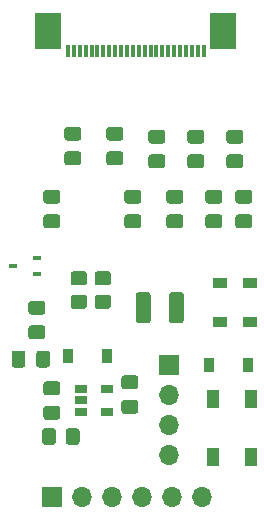
<source format=gbr>
%TF.GenerationSoftware,KiCad,Pcbnew,(5.1.10)-1*%
%TF.CreationDate,2021-11-28T18:03:10+01:00*%
%TF.ProjectId,M5StampC3,4d355374-616d-4704-9333-2e6b69636164,rev?*%
%TF.SameCoordinates,Original*%
%TF.FileFunction,Soldermask,Top*%
%TF.FilePolarity,Negative*%
%FSLAX46Y46*%
G04 Gerber Fmt 4.6, Leading zero omitted, Abs format (unit mm)*
G04 Created by KiCad (PCBNEW (5.1.10)-1) date 2021-11-28 18:03:10*
%MOMM*%
%LPD*%
G01*
G04 APERTURE LIST*
%ADD10R,1.000000X1.500000*%
%ADD11R,0.900000X1.200000*%
%ADD12O,1.700000X1.700000*%
%ADD13R,1.700000X1.700000*%
%ADD14R,1.060000X0.650000*%
%ADD15R,2.300000X3.100000*%
%ADD16R,0.300000X1.100000*%
%ADD17R,0.700000X0.450000*%
%ADD18R,1.200000X0.900000*%
G04 APERTURE END LIST*
D10*
%TO.C,D5*%
X136203999Y-74004000D03*
X133003999Y-74004000D03*
X136203999Y-78904000D03*
X133003999Y-78904000D03*
%TD*%
D11*
%TO.C,D4*%
X132716000Y-71120000D03*
X136016000Y-71120000D03*
%TD*%
D12*
%TO.C,J4*%
X129286000Y-78740000D03*
X129286000Y-76200000D03*
X129286000Y-73660000D03*
D13*
X129286000Y-71120000D03*
%TD*%
D14*
%TO.C,U1*%
X124056000Y-73198000D03*
X124056000Y-75098000D03*
X121856000Y-75098000D03*
X121856000Y-74148000D03*
X121856000Y-73198000D03*
%TD*%
%TO.C,R3*%
G36*
G01*
X120542000Y-77666001D02*
X120542000Y-76765999D01*
G75*
G02*
X120791999Y-76516000I249999J0D01*
G01*
X121492001Y-76516000D01*
G75*
G02*
X121742000Y-76765999I0J-249999D01*
G01*
X121742000Y-77666001D01*
G75*
G02*
X121492001Y-77916000I-249999J0D01*
G01*
X120791999Y-77916000D01*
G75*
G02*
X120542000Y-77666001I0J249999D01*
G01*
G37*
G36*
G01*
X118542000Y-77666001D02*
X118542000Y-76765999D01*
G75*
G02*
X118791999Y-76516000I249999J0D01*
G01*
X119492001Y-76516000D01*
G75*
G02*
X119742000Y-76765999I0J-249999D01*
G01*
X119742000Y-77666001D01*
G75*
G02*
X119492001Y-77916000I-249999J0D01*
G01*
X118791999Y-77916000D01*
G75*
G02*
X118542000Y-77666001I0J249999D01*
G01*
G37*
%TD*%
%TO.C,C14*%
G36*
G01*
X126459000Y-73210000D02*
X125509000Y-73210000D01*
G75*
G02*
X125259000Y-72960000I0J250000D01*
G01*
X125259000Y-72285000D01*
G75*
G02*
X125509000Y-72035000I250000J0D01*
G01*
X126459000Y-72035000D01*
G75*
G02*
X126709000Y-72285000I0J-250000D01*
G01*
X126709000Y-72960000D01*
G75*
G02*
X126459000Y-73210000I-250000J0D01*
G01*
G37*
G36*
G01*
X126459000Y-75285000D02*
X125509000Y-75285000D01*
G75*
G02*
X125259000Y-75035000I0J250000D01*
G01*
X125259000Y-74360000D01*
G75*
G02*
X125509000Y-74110000I250000J0D01*
G01*
X126459000Y-74110000D01*
G75*
G02*
X126709000Y-74360000I0J-250000D01*
G01*
X126709000Y-75035000D01*
G75*
G02*
X126459000Y-75285000I-250000J0D01*
G01*
G37*
%TD*%
%TO.C,C13*%
G36*
G01*
X118905000Y-74618000D02*
X119855000Y-74618000D01*
G75*
G02*
X120105000Y-74868000I0J-250000D01*
G01*
X120105000Y-75543000D01*
G75*
G02*
X119855000Y-75793000I-250000J0D01*
G01*
X118905000Y-75793000D01*
G75*
G02*
X118655000Y-75543000I0J250000D01*
G01*
X118655000Y-74868000D01*
G75*
G02*
X118905000Y-74618000I250000J0D01*
G01*
G37*
G36*
G01*
X118905000Y-72543000D02*
X119855000Y-72543000D01*
G75*
G02*
X120105000Y-72793000I0J-250000D01*
G01*
X120105000Y-73468000D01*
G75*
G02*
X119855000Y-73718000I-250000J0D01*
G01*
X118905000Y-73718000D01*
G75*
G02*
X118655000Y-73468000I0J250000D01*
G01*
X118655000Y-72793000D01*
G75*
G02*
X118905000Y-72543000I250000J0D01*
G01*
G37*
%TD*%
D12*
%TO.C,J3*%
X132080000Y-82296000D03*
X129540000Y-82296000D03*
X127000000Y-82296000D03*
X124460000Y-82296000D03*
X121920000Y-82296000D03*
D13*
X119380000Y-82296000D03*
%TD*%
D15*
%TO.C,U2*%
X119072000Y-42870000D03*
X133912000Y-42870000D03*
D16*
X120742000Y-44570000D03*
X121242000Y-44570000D03*
X121742000Y-44570000D03*
X122242000Y-44570000D03*
X122742000Y-44570000D03*
X123242000Y-44570000D03*
X123742000Y-44570000D03*
X124242000Y-44570000D03*
X124742000Y-44570000D03*
X125242000Y-44570000D03*
X125742000Y-44570000D03*
X126242000Y-44570000D03*
X126742000Y-44570000D03*
X127242000Y-44570000D03*
X127742000Y-44570000D03*
X128242000Y-44570000D03*
X128742000Y-44570000D03*
X129242000Y-44570000D03*
X129742000Y-44570000D03*
X130242000Y-44570000D03*
X130742000Y-44570000D03*
X131242000Y-44570000D03*
X131742000Y-44570000D03*
X132242000Y-44570000D03*
%TD*%
%TO.C,L1*%
G36*
G01*
X129299000Y-67369000D02*
X129299000Y-65219000D01*
G75*
G02*
X129549000Y-64969000I250000J0D01*
G01*
X130299000Y-64969000D01*
G75*
G02*
X130549000Y-65219000I0J-250000D01*
G01*
X130549000Y-67369000D01*
G75*
G02*
X130299000Y-67619000I-250000J0D01*
G01*
X129549000Y-67619000D01*
G75*
G02*
X129299000Y-67369000I0J250000D01*
G01*
G37*
G36*
G01*
X126499000Y-67369000D02*
X126499000Y-65219000D01*
G75*
G02*
X126749000Y-64969000I250000J0D01*
G01*
X127499000Y-64969000D01*
G75*
G02*
X127749000Y-65219000I0J-250000D01*
G01*
X127749000Y-67369000D01*
G75*
G02*
X127499000Y-67619000I-250000J0D01*
G01*
X126749000Y-67619000D01*
G75*
G02*
X126499000Y-67369000I0J250000D01*
G01*
G37*
%TD*%
D17*
%TO.C,Q1*%
X116094000Y-62778000D03*
X118094000Y-62128000D03*
X118094000Y-63428000D03*
%TD*%
%TO.C,R2*%
G36*
G01*
X123247999Y-65210000D02*
X124148001Y-65210000D01*
G75*
G02*
X124398000Y-65459999I0J-249999D01*
G01*
X124398000Y-66160001D01*
G75*
G02*
X124148001Y-66410000I-249999J0D01*
G01*
X123247999Y-66410000D01*
G75*
G02*
X122998000Y-66160001I0J249999D01*
G01*
X122998000Y-65459999D01*
G75*
G02*
X123247999Y-65210000I249999J0D01*
G01*
G37*
G36*
G01*
X123247999Y-63210000D02*
X124148001Y-63210000D01*
G75*
G02*
X124398000Y-63459999I0J-249999D01*
G01*
X124398000Y-64160001D01*
G75*
G02*
X124148001Y-64410000I-249999J0D01*
G01*
X123247999Y-64410000D01*
G75*
G02*
X122998000Y-64160001I0J249999D01*
G01*
X122998000Y-63459999D01*
G75*
G02*
X123247999Y-63210000I249999J0D01*
G01*
G37*
%TD*%
%TO.C,R1*%
G36*
G01*
X121215999Y-65210000D02*
X122116001Y-65210000D01*
G75*
G02*
X122366000Y-65459999I0J-249999D01*
G01*
X122366000Y-66160001D01*
G75*
G02*
X122116001Y-66410000I-249999J0D01*
G01*
X121215999Y-66410000D01*
G75*
G02*
X120966000Y-66160001I0J249999D01*
G01*
X120966000Y-65459999D01*
G75*
G02*
X121215999Y-65210000I249999J0D01*
G01*
G37*
G36*
G01*
X121215999Y-63210000D02*
X122116001Y-63210000D01*
G75*
G02*
X122366000Y-63459999I0J-249999D01*
G01*
X122366000Y-64160001D01*
G75*
G02*
X122116001Y-64410000I-249999J0D01*
G01*
X121215999Y-64410000D01*
G75*
G02*
X120966000Y-64160001I0J249999D01*
G01*
X120966000Y-63459999D01*
G75*
G02*
X121215999Y-63210000I249999J0D01*
G01*
G37*
%TD*%
D18*
%TO.C,D1*%
X133604000Y-67476000D03*
X133604000Y-64176000D03*
%TD*%
%TO.C,D2*%
X136144000Y-64176000D03*
X136144000Y-67476000D03*
%TD*%
D11*
%TO.C,D3*%
X120778000Y-70398000D03*
X124078000Y-70398000D03*
%TD*%
%TO.C,C12*%
G36*
G01*
X117635000Y-67800000D02*
X118585000Y-67800000D01*
G75*
G02*
X118835000Y-68050000I0J-250000D01*
G01*
X118835000Y-68725000D01*
G75*
G02*
X118585000Y-68975000I-250000J0D01*
G01*
X117635000Y-68975000D01*
G75*
G02*
X117385000Y-68725000I0J250000D01*
G01*
X117385000Y-68050000D01*
G75*
G02*
X117635000Y-67800000I250000J0D01*
G01*
G37*
G36*
G01*
X117635000Y-65725000D02*
X118585000Y-65725000D01*
G75*
G02*
X118835000Y-65975000I0J-250000D01*
G01*
X118835000Y-66650000D01*
G75*
G02*
X118585000Y-66900000I-250000J0D01*
G01*
X117635000Y-66900000D01*
G75*
G02*
X117385000Y-66650000I0J250000D01*
G01*
X117385000Y-65975000D01*
G75*
G02*
X117635000Y-65725000I250000J0D01*
G01*
G37*
%TD*%
%TO.C,C9*%
G36*
G01*
X121633000Y-52168000D02*
X120683000Y-52168000D01*
G75*
G02*
X120433000Y-51918000I0J250000D01*
G01*
X120433000Y-51243000D01*
G75*
G02*
X120683000Y-50993000I250000J0D01*
G01*
X121633000Y-50993000D01*
G75*
G02*
X121883000Y-51243000I0J-250000D01*
G01*
X121883000Y-51918000D01*
G75*
G02*
X121633000Y-52168000I-250000J0D01*
G01*
G37*
G36*
G01*
X121633000Y-54243000D02*
X120683000Y-54243000D01*
G75*
G02*
X120433000Y-53993000I0J250000D01*
G01*
X120433000Y-53318000D01*
G75*
G02*
X120683000Y-53068000I250000J0D01*
G01*
X121633000Y-53068000D01*
G75*
G02*
X121883000Y-53318000I0J-250000D01*
G01*
X121883000Y-53993000D01*
G75*
G02*
X121633000Y-54243000I-250000J0D01*
G01*
G37*
%TD*%
%TO.C,C6*%
G36*
G01*
X126713000Y-57502000D02*
X125763000Y-57502000D01*
G75*
G02*
X125513000Y-57252000I0J250000D01*
G01*
X125513000Y-56577000D01*
G75*
G02*
X125763000Y-56327000I250000J0D01*
G01*
X126713000Y-56327000D01*
G75*
G02*
X126963000Y-56577000I0J-250000D01*
G01*
X126963000Y-57252000D01*
G75*
G02*
X126713000Y-57502000I-250000J0D01*
G01*
G37*
G36*
G01*
X126713000Y-59577000D02*
X125763000Y-59577000D01*
G75*
G02*
X125513000Y-59327000I0J250000D01*
G01*
X125513000Y-58652000D01*
G75*
G02*
X125763000Y-58402000I250000J0D01*
G01*
X126713000Y-58402000D01*
G75*
G02*
X126963000Y-58652000I0J-250000D01*
G01*
X126963000Y-59327000D01*
G75*
G02*
X126713000Y-59577000I-250000J0D01*
G01*
G37*
%TD*%
%TO.C,C4*%
G36*
G01*
X130269000Y-57502000D02*
X129319000Y-57502000D01*
G75*
G02*
X129069000Y-57252000I0J250000D01*
G01*
X129069000Y-56577000D01*
G75*
G02*
X129319000Y-56327000I250000J0D01*
G01*
X130269000Y-56327000D01*
G75*
G02*
X130519000Y-56577000I0J-250000D01*
G01*
X130519000Y-57252000D01*
G75*
G02*
X130269000Y-57502000I-250000J0D01*
G01*
G37*
G36*
G01*
X130269000Y-59577000D02*
X129319000Y-59577000D01*
G75*
G02*
X129069000Y-59327000I0J250000D01*
G01*
X129069000Y-58652000D01*
G75*
G02*
X129319000Y-58402000I250000J0D01*
G01*
X130269000Y-58402000D01*
G75*
G02*
X130519000Y-58652000I0J-250000D01*
G01*
X130519000Y-59327000D01*
G75*
G02*
X130269000Y-59577000I-250000J0D01*
G01*
G37*
%TD*%
%TO.C,C2*%
G36*
G01*
X133571000Y-57502000D02*
X132621000Y-57502000D01*
G75*
G02*
X132371000Y-57252000I0J250000D01*
G01*
X132371000Y-56577000D01*
G75*
G02*
X132621000Y-56327000I250000J0D01*
G01*
X133571000Y-56327000D01*
G75*
G02*
X133821000Y-56577000I0J-250000D01*
G01*
X133821000Y-57252000D01*
G75*
G02*
X133571000Y-57502000I-250000J0D01*
G01*
G37*
G36*
G01*
X133571000Y-59577000D02*
X132621000Y-59577000D01*
G75*
G02*
X132371000Y-59327000I0J250000D01*
G01*
X132371000Y-58652000D01*
G75*
G02*
X132621000Y-58402000I250000J0D01*
G01*
X133571000Y-58402000D01*
G75*
G02*
X133821000Y-58652000I0J-250000D01*
G01*
X133821000Y-59327000D01*
G75*
G02*
X133571000Y-59577000I-250000J0D01*
G01*
G37*
%TD*%
%TO.C,C10*%
G36*
G01*
X118052000Y-71127000D02*
X118052000Y-70177000D01*
G75*
G02*
X118302000Y-69927000I250000J0D01*
G01*
X118977000Y-69927000D01*
G75*
G02*
X119227000Y-70177000I0J-250000D01*
G01*
X119227000Y-71127000D01*
G75*
G02*
X118977000Y-71377000I-250000J0D01*
G01*
X118302000Y-71377000D01*
G75*
G02*
X118052000Y-71127000I0J250000D01*
G01*
G37*
G36*
G01*
X115977000Y-71127000D02*
X115977000Y-70177000D01*
G75*
G02*
X116227000Y-69927000I250000J0D01*
G01*
X116902000Y-69927000D01*
G75*
G02*
X117152000Y-70177000I0J-250000D01*
G01*
X117152000Y-71127000D01*
G75*
G02*
X116902000Y-71377000I-250000J0D01*
G01*
X116227000Y-71377000D01*
G75*
G02*
X115977000Y-71127000I0J250000D01*
G01*
G37*
%TD*%
%TO.C,C7*%
G36*
G01*
X119855000Y-57502000D02*
X118905000Y-57502000D01*
G75*
G02*
X118655000Y-57252000I0J250000D01*
G01*
X118655000Y-56577000D01*
G75*
G02*
X118905000Y-56327000I250000J0D01*
G01*
X119855000Y-56327000D01*
G75*
G02*
X120105000Y-56577000I0J-250000D01*
G01*
X120105000Y-57252000D01*
G75*
G02*
X119855000Y-57502000I-250000J0D01*
G01*
G37*
G36*
G01*
X119855000Y-59577000D02*
X118905000Y-59577000D01*
G75*
G02*
X118655000Y-59327000I0J250000D01*
G01*
X118655000Y-58652000D01*
G75*
G02*
X118905000Y-58402000I250000J0D01*
G01*
X119855000Y-58402000D01*
G75*
G02*
X120105000Y-58652000I0J-250000D01*
G01*
X120105000Y-59327000D01*
G75*
G02*
X119855000Y-59577000I-250000J0D01*
G01*
G37*
%TD*%
%TO.C,C8*%
G36*
G01*
X136111000Y-57502000D02*
X135161000Y-57502000D01*
G75*
G02*
X134911000Y-57252000I0J250000D01*
G01*
X134911000Y-56577000D01*
G75*
G02*
X135161000Y-56327000I250000J0D01*
G01*
X136111000Y-56327000D01*
G75*
G02*
X136361000Y-56577000I0J-250000D01*
G01*
X136361000Y-57252000D01*
G75*
G02*
X136111000Y-57502000I-250000J0D01*
G01*
G37*
G36*
G01*
X136111000Y-59577000D02*
X135161000Y-59577000D01*
G75*
G02*
X134911000Y-59327000I0J250000D01*
G01*
X134911000Y-58652000D01*
G75*
G02*
X135161000Y-58402000I250000J0D01*
G01*
X136111000Y-58402000D01*
G75*
G02*
X136361000Y-58652000I0J-250000D01*
G01*
X136361000Y-59327000D01*
G75*
G02*
X136111000Y-59577000I-250000J0D01*
G01*
G37*
%TD*%
%TO.C,C11*%
G36*
G01*
X125189000Y-52168000D02*
X124239000Y-52168000D01*
G75*
G02*
X123989000Y-51918000I0J250000D01*
G01*
X123989000Y-51243000D01*
G75*
G02*
X124239000Y-50993000I250000J0D01*
G01*
X125189000Y-50993000D01*
G75*
G02*
X125439000Y-51243000I0J-250000D01*
G01*
X125439000Y-51918000D01*
G75*
G02*
X125189000Y-52168000I-250000J0D01*
G01*
G37*
G36*
G01*
X125189000Y-54243000D02*
X124239000Y-54243000D01*
G75*
G02*
X123989000Y-53993000I0J250000D01*
G01*
X123989000Y-53318000D01*
G75*
G02*
X124239000Y-53068000I250000J0D01*
G01*
X125189000Y-53068000D01*
G75*
G02*
X125439000Y-53318000I0J-250000D01*
G01*
X125439000Y-53993000D01*
G75*
G02*
X125189000Y-54243000I-250000J0D01*
G01*
G37*
%TD*%
%TO.C,C5*%
G36*
G01*
X128745000Y-52422000D02*
X127795000Y-52422000D01*
G75*
G02*
X127545000Y-52172000I0J250000D01*
G01*
X127545000Y-51497000D01*
G75*
G02*
X127795000Y-51247000I250000J0D01*
G01*
X128745000Y-51247000D01*
G75*
G02*
X128995000Y-51497000I0J-250000D01*
G01*
X128995000Y-52172000D01*
G75*
G02*
X128745000Y-52422000I-250000J0D01*
G01*
G37*
G36*
G01*
X128745000Y-54497000D02*
X127795000Y-54497000D01*
G75*
G02*
X127545000Y-54247000I0J250000D01*
G01*
X127545000Y-53572000D01*
G75*
G02*
X127795000Y-53322000I250000J0D01*
G01*
X128745000Y-53322000D01*
G75*
G02*
X128995000Y-53572000I0J-250000D01*
G01*
X128995000Y-54247000D01*
G75*
G02*
X128745000Y-54497000I-250000J0D01*
G01*
G37*
%TD*%
%TO.C,C3*%
G36*
G01*
X132047000Y-52422000D02*
X131097000Y-52422000D01*
G75*
G02*
X130847000Y-52172000I0J250000D01*
G01*
X130847000Y-51497000D01*
G75*
G02*
X131097000Y-51247000I250000J0D01*
G01*
X132047000Y-51247000D01*
G75*
G02*
X132297000Y-51497000I0J-250000D01*
G01*
X132297000Y-52172000D01*
G75*
G02*
X132047000Y-52422000I-250000J0D01*
G01*
G37*
G36*
G01*
X132047000Y-54497000D02*
X131097000Y-54497000D01*
G75*
G02*
X130847000Y-54247000I0J250000D01*
G01*
X130847000Y-53572000D01*
G75*
G02*
X131097000Y-53322000I250000J0D01*
G01*
X132047000Y-53322000D01*
G75*
G02*
X132297000Y-53572000I0J-250000D01*
G01*
X132297000Y-54247000D01*
G75*
G02*
X132047000Y-54497000I-250000J0D01*
G01*
G37*
%TD*%
%TO.C,C1*%
G36*
G01*
X135349000Y-52422000D02*
X134399000Y-52422000D01*
G75*
G02*
X134149000Y-52172000I0J250000D01*
G01*
X134149000Y-51497000D01*
G75*
G02*
X134399000Y-51247000I250000J0D01*
G01*
X135349000Y-51247000D01*
G75*
G02*
X135599000Y-51497000I0J-250000D01*
G01*
X135599000Y-52172000D01*
G75*
G02*
X135349000Y-52422000I-250000J0D01*
G01*
G37*
G36*
G01*
X135349000Y-54497000D02*
X134399000Y-54497000D01*
G75*
G02*
X134149000Y-54247000I0J250000D01*
G01*
X134149000Y-53572000D01*
G75*
G02*
X134399000Y-53322000I250000J0D01*
G01*
X135349000Y-53322000D01*
G75*
G02*
X135599000Y-53572000I0J-250000D01*
G01*
X135599000Y-54247000D01*
G75*
G02*
X135349000Y-54497000I-250000J0D01*
G01*
G37*
%TD*%
M02*

</source>
